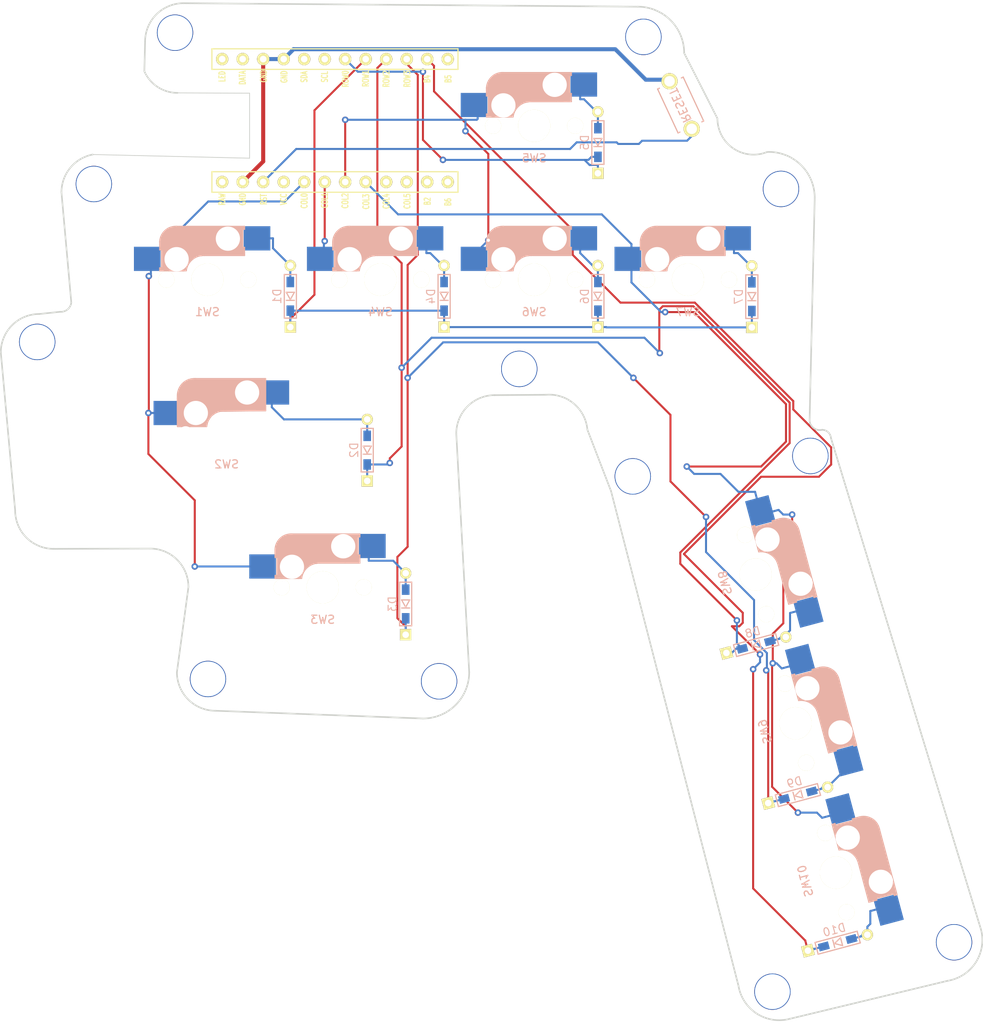
<source format=kicad_pcb>
(kicad_pcb (version 20221018) (generator pcbnew)
  (layers (0 "F.Cu" signal) (31 "B.Cu" signal) (34 "B.Paste" user) (35 "F.Paste" user) (36 "B.SilkS" user "B.Silkscreen") (37 "F.SilkS" user "F.Silkscreen") (38 "B.Mask" user) (39 "F.Mask" user) (44 "Edge.Cuts" user))
  (net 0 "")
  (net 1 "Net-(D1-A)")
  (net 2 "Row1")
  (net 3 "Net-(D2-A)")
  (net 4 "Row2")
  (net 5 "Net-(D3-A)")
  (net 6 "Row3")
  (net 7 "Net-(D4-A)")
  (net 8 "Net-(D5-A)")
  (net 9 "Row0")
  (net 10 "Net-(D6-A)")
  (net 11 "Net-(D7-A)")
  (net 12 "Net-(D8-A)")
  (net 13 "Net-(D9-A)")
  (net 14 "Net-(D10-A)")
  (net 15 "Row4")
  (net 17 "GND")
  (net 18 "VCC")
  (net 19 "Col0")
  (net 20 "Col1")
  (net 21 "Col2")
  (net 22 "Col3")
  (net 23 "Reset")
  (footprint "kbd_SW:CherryMX_Hotswap_1u" (layer "F.Cu") (at 90.4875 57.15)
    (fp_text reference "SW5")
    (fp_text value "SW_PUSH" hide)
  )
  (footprint "kbd_SW:CherryMX_Hotswap_1u" (layer "F.Cu") (at 90.4875 76.2)
    (fp_text reference "SW6")
    (fp_text value "SW_PUSH" hide)
  )
  (footprint "kbd_SW:CherryMX_Hotswap_2.25u" (layer "F.Cu") (at 52.3875 95.25)
    (fp_text reference "SW2")
    (fp_text value "SW_PUSH" hide)
  )
  (footprint "kbd_Parts:Diode_TH_SMD" (layer "F.Cu") (at 60.2813 78.2625 90)
    (fp_text reference "D1")
    (fp_text value "D" hide)
  )
  (footprint "kbd_SW:CherryMX_Hotswap_1u" (layer "F.Cu") (at 71.4375 76.2)
    (fp_text reference "SW4")
    (fp_text value "SW_PUSH" hide)
  )
  (footprint "kbd_Hole:m2_Spacer_Hole" (layer "F.Cu") (at 46 45.61)
    (fp_text reference "Ref**")
    (fp_text value "Val**")
  )
  (footprint "kbd_Hole:m2_Spacer_Hole" (layer "F.Cu") (at 121.06 64.96)
    (fp_text reference "Ref**")
    (fp_text value "Val**")
  )
  (footprint "kbd_Parts:Diode_TH_SMD" (layer "F.Cu") (at 128.0802 158.3139 15)
    (fp_text reference "D10")
    (fp_text value "D" hide)
  )
  (footprint "kbd_Parts:Diode_TH_SMD" (layer "F.Cu") (at 98.3813 59.2125 90)
    (fp_text reference "D5")
    (fp_text value "D" hide)
  )
  (footprint "kbd_SW:CherryMX_Hotswap_1u" (layer "F.Cu") (at 127.8657 149.6352 -75)
    (fp_text reference "SW10")
    (fp_text value "SW_PUSH" hide)
  )
  (footprint "kbd_Parts:ResetSW" (layer "F.Cu") (at 108.63 54.57 -65)
    (fp_text reference "SW11" hide)
    (fp_text value "SW_PUSH" hide)
  )
  (footprint "kbd_Hole:m2_Spacer_Hole" (layer "F.Cu") (at 102.7 100.56)
    (fp_text reference "Ref**")
    (fp_text value "Val**")
  )
  (footprint "kbd_Parts:Diode_TH_SMD" (layer "F.Cu") (at 69.8063 97.3125 90)
    (fp_text reference "D2")
    (fp_text value "D" hide)
  )
  (footprint "kbd_Hole:m2_Spacer_Hole" (layer "F.Cu") (at 120 164.38)
    (fp_text reference "Ref**")
    (fp_text value "Val**")
  )
  (footprint "kbd_Hole:m2_Spacer_Hole" (layer "F.Cu") (at 88.64 87.25)
    (fp_text reference "Ref**")
    (fp_text value "Val**")
  )
  (footprint "kbd_Parts:Diode_TH_SMD" (layer "F.Cu") (at 123.1583 140.0343 15)
    (fp_text reference "D9")
    (fp_text value "D" hide)
  )
  (footprint "kbd:ProMicro_v2_1side" (layer "F.Cu") (at 66.318 56.5364 90)
    (fp_text reference "U1" hide)
    (fp_text value "ProMicro" hide)
  )
  (footprint "kbd_Hole:m2_Spacer_Hole" (layer "F.Cu") (at 142.5 158.26)
    (fp_text reference "Ref**")
    (fp_text value "Val**")
  )
  (footprint "kbd_SW:CherryMX_Hotswap_1.25u" (layer "F.Cu") (at 64.2938 114.3)
    (fp_text reference "SW3")
    (fp_text value "SW_PUSH" hide)
  )
  (footprint "kbd_Parts:Diode_TH_SMD" (layer "F.Cu") (at 117.45 78.3 90)
    (fp_text reference "D7")
    (fp_text value "D" hide)
  )
  (footprint "kbd_SW:CherryMX_Hotswap_1u" (layer "F.Cu") (at 117.9238 112.7206 -75)
    (fp_text reference "SW8")
    (fp_text value "SW_PUSH" hide)
  )
  (footprint "kbd_Parts:Diode_TH_SMD" (layer "F.Cu") (at 79.3313 78.2625 90)
    (fp_text reference "D4")
    (fp_text value "D" hide)
  )
  (footprint "kbd_Hole:m2_Spacer_Hole" (layer "F.Cu") (at 50.08 125.65)
    (fp_text reference "Ref**")
    (fp_text value "Val**")
  )
  (footprint "kbd_Parts:Diode_TH_SMD" (layer "F.Cu") (at 98.3813 78.2625 90)
    (fp_text reference "D6")
    (fp_text value "D" hide)
  )
  (footprint "kbd_Hole:m2_Spacer_Hole" (layer "F.Cu") (at 35.94 64.35)
    (fp_text reference "Ref**")
    (fp_text value "Val**")
  )
  (footprint "kbd_Hole:m2_Spacer_Hole" (layer "F.Cu") (at 78.71 125.94)
    (fp_text reference "Ref**")
    (fp_text value "Val**")
  )
  (footprint "kbd_Parts:Diode_TH_SMD" (layer "F.Cu") (at 117.9802 121.4437 15)
    (fp_text reference "D8")
    (fp_text value "D" hide)
  )
  (footprint "kbd_Parts:Diode_TH_SMD" (layer "F.Cu") (at 74.5688 116.3625 90)
    (fp_text reference "D3")
    (fp_text value "D" hide)
  )
  (footprint "kbd_Hole:m2_Spacer_Hole" (layer "F.Cu") (at 124.7 98.03)
    (fp_text reference "Ref**")
    (fp_text value "Val**")
  )
  (footprint "kbd_SW:CherryMX_Hotswap_1.25u" (layer "F.Cu") (at 50.0063 76.2)
    (fp_text reference "SW1")
    (fp_text value "SW_PUSH" hide)
  )
  (footprint "kbd_Hole:m2_Spacer_Hole" (layer "F.Cu") (at 104.02 46.13)
    (fp_text reference "Ref**")
    (fp_text value "Val**")
  )
  (footprint "kbd_SW:CherryMX_Hotswap_1u" (layer "F.Cu") (at 122.8657 131.1352 -75)
    (fp_text reference "SW9")
    (fp_text value "SW_PUSH" hide)
  )
  (footprint "kbd_SW:CherryMX_Hotswap_1u" (layer "F.Cu") (at 109.5375 76.2)
    (fp_text reference "SW7")
    (fp_text value "SW_PUSH" hide)
  )
  (footprint "kbd_Hole:m2_Spacer_Hole" (layer "F.Cu") (at 28.93 83.91)
    (fp_text reference "Ref**")
    (fp_text value "Val**")
  )
  (gr_line (start 125.24 66.06) (end 124.602404 93.67607) (stroke (width 0.2)) (layer "Edge.Cuts"))
  (gr_line (start 100.0125 102.39375) (end 97.081877 94.784921) (stroke (width 0.2)) (layer "Edge.Cuts"))
  (gr_arc (start 80.8375 95.2625) (mid 82.232404 91.894904) (end 85.6 90.5) (stroke (width 0.2)) (layer "Edge.Cuts"))
  (gr_arc (start 46.296044 53.063642) (mid 43.850337 52.336079) (end 42.2 50.39) (stroke (width 0.2)) (layer "Edge.Cuts"))
  (gr_arc (start 103.32 42.39) (mid 107.385029 44.073802) (end 109.068846 48.138846) (stroke (width 0.2)) (layer "Edge.Cuts"))
  (gr_arc (start 42.29 46.72) (mid 43.684904 43.352404) (end 47.0525 41.9575) (stroke (width 0.2)) (layer "Edge.Cuts"))
  (gr_line (start 46.232151 124.815294) (end 47.6625 114.2625) (stroke (width 0.2)) (layer "Edge.Cuts"))
  (gr_line (start 29.18 80.45) (end 31.767004 80.17894) (stroke (width 0.2)) (layer "Edge.Cuts"))
  (gr_arc (start 42.9 109.5) (mid 46.267596 110.894904) (end 47.6625 114.2625) (stroke (width 0.2)) (layer "Edge.Cuts"))
  (gr_arc (start 91.922421 90.455623) (mid 95.398776 91.551714) (end 97.081877 94.784921) (stroke (width 0.2)) (layer "Edge.Cuts"))
  (gr_arc (start 122.16 167.74) (mid 118.067921 167.099621) (end 115.792985 163.638439) (stroke (width 0.2)) (layer "Edge.Cuts"))
  (gr_line (start 76.704594 130.549806) (end 51.004706 129.587849) (stroke (width 0.2)) (layer "Edge.Cuts"))
  (gr_line (start 26.19375 104.775) (end 24.4175 85.2125) (stroke (width 0.2)) (layer "Edge.Cuts"))
  (gr_line (start 113.187628 56.234961) (end 109.068846 48.138846) (stroke (width 0.2)) (layer "Edge.Cuts"))
  (gr_line (start 42.2 50.39) (end 42.29 46.72) (stroke (width 0.2)) (layer "Edge.Cuts"))
  (gr_line (start 55.23 53.105) (end 55.23 61.155) (stroke (width 0.1)) (layer "Edge.Cuts"))
  (gr_line (start 55.23 53.105) (end 46.296044 53.063642) (stroke (width 0.1)) (layer "Edge.Cuts"))
  (gr_arc (start 126.15324 94.794366) (mid 125.123756 94.587553) (end 124.602404 93.67607) (stroke (width 0.2)) (layer "Edge.Cuts"))
  (gr_line (start 127.25 95.81) (end 145.83 156.66) (stroke (width 0.2)) (layer "Edge.Cuts"))
  (gr_arc (start 145.83 156.66) (mid 145.189598 160.75206) (end 141.728439 163.027015) (stroke (width 0.2)) (layer "Edge.Cuts"))
  (gr_arc (start 119.35186 60.382453) (mid 115.165568 59.949795) (end 113.187628 56.234961) (stroke (width 0.2)) (layer "Edge.Cuts"))
  (gr_arc (start 82.439806 124.814594) (mid 80.76 128.87) (end 76.704594 130.549806) (stroke (width 0.2)) (layer "Edge.Cuts"))
  (gr_line (start 33.147681 79.024538) (end 31.93 65.38) (stroke (width 0.2)) (layer "Edge.Cuts"))
  (gr_arc (start 30.95625 109.5375) (mid 27.588654 108.142596) (end 26.19375 104.775) (stroke (width 0.2)) (layer "Edge.Cuts"))
  (gr_arc (start 33.147681 79.024538) (mid 32.69 79.88) (end 31.767004 80.17894) (stroke (width 0.2)) (layer "Edge.Cuts"))
  (gr_line (start 47.0525 41.9575) (end 103.32 42.39) (stroke (width 0.2)) (layer "Edge.Cuts"))
  (gr_arc (start 24.4175 85.2125) (mid 25.812404 81.844904) (end 29.18 80.45) (stroke (width 0.2)) (layer "Edge.Cuts"))
  (gr_line (start 91.922421 90.455623) (end 85.6 90.5) (stroke (width 0.2)) (layer "Edge.Cuts"))
  (gr_arc (start 119.35186 60.382453) (mid 123.50218 61.970227) (end 125.24 66.06) (stroke (width 0.2)) (layer "Edge.Cuts"))
  (gr_line (start 80.8375 95.2625) (end 82.439806 124.814594) (stroke (width 0.2)) (layer "Edge.Cuts"))
  (gr_arc (start 51.004706 129.587849) (mid 47.63 128.19) (end 46.232151 124.815294) (stroke (width 0.2)) (layer "Edge.Cuts"))
  (gr_arc (start 126.15324 94.794366) (mid 126.900633 95.087273) (end 127.25 95.81) (stroke (width 0.2)) (layer "Edge.Cuts"))
  (gr_line (start 55.23 61.155) (end 35.813686 60.699285) (stroke (width 0.1)) (layer "Edge.Cuts"))
  (gr_line (start 42.9 109.5) (end 30.95625 109.5375) (stroke (width 0.2)) (layer "Edge.Cuts"))
  (gr_arc (start 31.93 65.38) (mid 33.027343 62.338943) (end 35.813686 60.699286) (stroke (width 0.2)) (layer "Edge.Cuts"))
  (gr_line (start 141.728439 163.027015) (end 122.16 167.74) (stroke (width 0.2)) (layer "Edge.Cuts"))
  (gr_line (start 115.792985 163.638439) (end 100.0125 102.39375) (stroke (width 0.2)) (layer "Edge.Cuts"))
  (segment (start 55.7063 71.08) (end 58.1332 71.08) (width 0.25) (layer "B.Cu") (net 1))
  (segment (start 58.1332 71.08) (end 58.1332 72.3044) (width 0.25) (layer "B.Cu") (net 1))
  (segment (start 58.1332 72.3044) (end 60.2813 74.4525) (width 0.25) (layer "B.Cu") (net 1))
  (segment (start 60.2813 74.4525) (end 60.2813 76.4875) (width 0.25) (layer "B.Cu") (net 1))
  (segment (start 63.27 55.23) (end 63.27 78.0584) (width 0.25) (layer "F.Cu") (net 2))
  (segment (start 69.62 48.88) (end 63.27 55.23) (width 0.25) (layer "F.Cu") (net 2))
  (segment (start 63.27 78.0584) (end 60.2813 81.0471) (width 0.25) (layer "F.Cu") (net 2))
  (segment (start 60.2813 82.0725) (end 60.2813 81.0471) (width 0.25) (layer "F.Cu") (net 2))
  (segment (start 60.2813 80.4385) (end 60.2813 82.0725) (width 0.25) (layer "B.Cu") (net 2))
  (segment (start 79.3313 80.0375) (end 61.0832 80.0375) (width 0.25) (layer "B.Cu") (net 2))
  (segment (start 98.3813 80.0375) (end 98.3813 82.0725) (width 0.25) (layer "B.Cu") (net 2))
  (segment (start 60.6823 80.0375) (end 61.0832 80.0375) (width 0.25) (layer "B.Cu") (net 2))
  (segment (start 99.4067 82.0725) (end 99.4442 82.11) (width 0.25) (layer "B.Cu") (net 2))
  (segment (start 99.4442 82.11) (end 117.45 82.11) (width 0.25) (layer "B.Cu") (net 2))
  (segment (start 79.3313 80.0375) (end 79.3313 82.0725) (width 0.25) (layer "B.Cu") (net 2))
  (segment (start 60.2813 80.0375) (end 60.6823 80.0375) (width 0.25) (layer "B.Cu") (net 2))
  (segment (start 117.45 80.075) (end 117.45 82.11) (width 0.25) (layer "B.Cu") (net 2))
  (segment (start 60.6823 80.0375) (end 60.2813 80.4385) (width 0.25) (layer "B.Cu") (net 2))
  (segment (start 98.3813 82.0725) (end 99.4067 82.0725) (width 0.25) (layer "B.Cu") (net 2))
  (segment (start 98.3813 82.0725) (end 79.3313 82.0725) (width 0.25) (layer "B.Cu") (net 2))
  (segment (start 59.4931 93.5025) (end 57.9875 91.9969) (width 0.25) (layer "B.Cu") (net 3))
  (segment (start 69.8063 93.5025) (end 69.8063 95.5375) (width 0.25) (layer "B.Cu") (net 3))
  (segment (start 69.8063 93.5025) (end 59.4931 93.5025) (width 0.25) (layer "B.Cu") (net 3))
  (segment (start 57.9875 90.17) (end 57.9875 91.9969) (width 0.25) (layer "B.Cu") (net 3))
  (segment (start 74.0682 74.1536) (end 74.0682 87.1) (width 0.25) (layer "F.Cu") (net 4))
  (segment (start 106.413895 79.4905) (end 110.196861 79.4905) (width 0.25) (layer "F.Cu") (net 4))
  (segment (start 71.0644 71.1498) (end 74.0682 74.1536) (width 0.25) (layer "F.Cu") (net 4))
  (segment (start 122.133164 91.426803) (end 122.133164 96.441173) (width 0.25) (layer "F.Cu") (net 4))
  (segment (start 72.6 98.9) (end 72.6 98.3288) (width 0.25) (layer "F.Cu") (net 4))
  (segment (start 105.9892 85.2892) (end 106.0492 85.2892) (width 0.25) (layer "F.Cu") (net 4))
  (segment (start 74.0682 96.8606) (end 74.0682 87.1) (width 0.25) (layer "F.Cu") (net 4))
  (segment (start 71.0644 49.9756) (end 71.0644 71.1498) (width 0.25) (layer "F.Cu") (net 4))
  (segment (start 72.6 98.3288) (end 74.0682 96.8606) (width 0.25) (layer "F.Cu") (net 4))
  (segment (start 105.9892 85.2892) (end 105.9892 79.915195) (width 0.25) (layer "F.Cu") (net 4))
  (segment (start 108.59 111.39) (end 115.6 118.4) (width 0.25) (layer "F.Cu") (net 4))
  (segment (start 122.133164 96.441173) (end 108.59 109.984337) (width 0.25) (layer "F.Cu") (net 4))
  (segment (start 108.59 109.984337) (end 108.59 111.39) (width 0.25) (layer "F.Cu") (net 4))
  (segment (start 105.9892 79.915195) (end 106.413895 79.4905) (width 0.25) (layer "F.Cu") (net 4))
  (segment (start 72.16 48.88) (end 71.0644 49.9756) (width 0.25) (layer "F.Cu") (net 4))
  (segment (start 110.196861 79.4905) (end 122.133164 91.426803) (width 0.25) (layer "F.Cu") (net 4))
  (segment (start 106.0492 85.2892) (end 106.05 85.29) (width 0.25) (layer "F.Cu") (net 4))
  (via (at 72.6 98.9) (size 0.8) (drill 0.4) (layers "F.Cu" "B.Cu") (net 4))
  (via (at 106.05 85.29) (size 0.8) (drill 0.4) (layers "F.Cu" "B.Cu") (net 4))
  (via (at 74.0682 87.1) (size 0.8) (drill 0.4) (layers "F.Cu" "B.Cu") (net 4))
  (via (at 115.6 118.4) (size 0.8) (drill 0.4) (layers "F.Cu" "B.Cu") (net 4))
  (segment (start 115.6 118.4) (end 115.6 121.237422) (width 0.25) (layer "B.Cu") (net 4))
  (segment (start 69.8063 99.0875) (end 69.8063 101.1225) (width 0.25) (layer "B.Cu") (net 4))
  (segment (start 74.0682 87.1) (end 77.7782 83.39) (width 0.25) (layer "B.Cu") (net 4))
  (segment (start 114.970198 122.429802) (end 114.300023 122.429802) (width 0.25) (layer "B.Cu") (net 4))
  (segment (start 72.4125 99.0875) (end 69.8063 99.0875) (width 0.25) (layer "B.Cu") (net 4))
  (segment (start 115.496896 121.903104) (end 114.970198 122.429802) (width 0.25) (layer "B.Cu") (net 4))
  (segment (start 116.265682 121.903104) (end 115.496896 121.903104) (width 0.25) (layer "B.Cu") (net 4))
  (segment (start 72.6 98.9) (end 72.4125 99.0875) (width 0.25) (layer "B.Cu") (net 4))
  (segment (start 77.7782 83.39) (end 104.15 83.39) (width 0.25) (layer "B.Cu") (net 4))
  (segment (start 115.6 121.237422) (end 116.265682 121.903104) (width 0.25) (layer "B.Cu") (net 4))
  (segment (start 104.15 83.39) (end 106.05 85.29) (width 0.25) (layer "B.Cu") (net 4))
  (segment (start 69.9938 109.18) (end 69.9938 111.0069) (width 0.25) (layer "B.Cu") (net 5))
  (segment (start 74.5688 112.5525) (end 74.5688 114.5875) (width 0.25) (layer "B.Cu") (net 5))
  (segment (start 69.9938 111.0069) (end 73.0232 111.0069) (width 0.25) (layer "B.Cu") (net 5))
  (segment (start 73.0232 111.0069) (end 74.5688 112.5525) (width 0.25) (layer "B.Cu") (net 5))
  (segment (start 74.7 49.4655) (end 76.0694 50.8349) (width 0.25) (layer "F.Cu") (net 6))
  (segment (start 73.5434 110.5391) (end 74.8136 109.2689) (width 0.25) (layer "F.Cu") (net 6))
  (segment (start 74.5688 119.1471) (end 73.5434 118.1217) (width 0.25) (layer "F.Cu") (net 6))
  (segment (start 102.7815 88.3585) (end 107.37 92.947) (width 0.25) (layer "F.Cu") (net 6))
  (segment (start 107.37 101.18) (end 111.84 105.65) (width 0.25) (layer "F.Cu") (net 6))
  (segment (start 76.0694 50.8349) (end 76.0694 73.1252) (width 0.25) (layer "F.Cu") (net 6))
  (segment (start 74.7 48.88) (end 74.7 49.4655) (width 0.25) (layer "F.Cu") (net 6))
  (segment (start 73.5434 118.1217) (end 73.5434 110.5391) (width 0.25) (layer "F.Cu") (net 6))
  (segment (start 74.8136 74.381) (end 74.8136 88.3585) (width 0.25) (layer "F.Cu") (net 6))
  (segment (start 74.5688 120.1725) (end 74.5688 119.1471) (width 0.25) (layer "F.Cu") (net 6))
  (segment (start 107.37 92.947) (end 107.37 101.18) (width 0.25) (layer "F.Cu") (net 6))
  (segment (start 119.4781 124.6526) (end 119.4781 141.0204) (width 0.25) (layer "F.Cu") (net 6))
  (segment (start 74.8136 109.2689) (end 74.8136 88.3585) (width 0.25) (layer "F.Cu") (net 6))
  (segment (start 76.0694 73.1252) (end 74.8136 74.381) (width 0.25) (layer "F.Cu") (net 6))
  (via (at 119.2355 124.58) (size 0.8) (drill 0.4) (layers "F.Cu" "B.Cu") (net 6))
  (via (at 111.775 105.585) (size 0.8) (drill 0.4) (layers "F.Cu" "B.Cu") (net 6))
  (via (at 102.7815 88.3585) (size 0.8) (drill 0.4) (layers "F.Cu" "B.Cu") (net 6))
  (via (at 74.8136 88.3585) (size 0.8) (drill 0.4) (layers "F.Cu" "B.Cu") (net 6))
  (segment (start 102.7815 88.3585) (end 98.383 83.96) (width 0.25) (layer "B.Cu") (net 6))
  (segment (start 119.36 124.58) (end 119.2355 124.58) (width 0.25) (layer "B.Cu") (net 6))
  (segment (start 120.2926 140.8021) (end 119.6964 140.8021) (width 0.25) (layer "B.Cu") (net 6))
  (segment (start 98.383 83.96) (end 79.2121 83.96) (width 0.25) (layer "B.Cu") (net 6))
  (segment (start 121.4438 140.4937) (end 120.2926 140.8021) (width 0.25) (layer "B.Cu") (net 6))
  (segment (start 117.726502 115.882059) (end 117.726502 120.847797) (width 0.25) (layer "B.Cu") (net 6))
  (segment (start 119.6964 140.8021) (end 119.4781 141.0204) (width 0.25) (layer "B.Cu") (net 6))
  (segment (start 119.3159 124.5359) (end 119.36 124.58) (width 0.25) (layer "B.Cu") (net 6))
  (segment (start 117.726502 120.847797) (end 119.3159 122.437195) (width 0.25) (layer "B.Cu") (net 6))
  (segment (start 111.775 105.585) (end 111.775 109.930557) (width 0.25) (layer "B.Cu") (net 6))
  (segment (start 119.3159 122.437195) (end 119.3159 124.5359) (width 0.25) (layer "B.Cu") (net 6))
  (segment (start 111.775 109.930557) (end 117.726502 115.882059) (width 0.25) (layer "B.Cu") (net 6))
  (segment (start 74.5688 118.1375) (end 74.5688 120.1725) (width 0.25) (layer "B.Cu") (net 6))
  (segment (start 79.2121 83.96) (end 74.8136 88.3585) (width 0.25) (layer "B.Cu") (net 6))
  (segment (start 77.6136 72.9069) (end 77.1375 72.9069) (width 0.25) (layer "B.Cu") (net 7))
  (segment (start 79.3313 74.6246) (end 79.3313 74.4525) (width 0.25) (layer "B.Cu") (net 7))
  (segment (start 79.3313 74.6246) (end 77.6136 72.9069) (width 0.25) (layer "B.Cu") (net 7))
  (segment (start 79.3313 76.4875) (end 79.3313 74.6246) (width 0.25) (layer "B.Cu") (net 7))
  (segment (start 77.1375 71.08) (end 77.1375 72.9069) (width 0.25) (layer "B.Cu") (net 7))
  (segment (start 98.3813 57.4375) (end 98.3813 55.5746) (width 0.25) (layer "B.Cu") (net 8))
  (segment (start 98.3813 55.5746) (end 96.6636 53.8569) (width 0.25) (layer "B.Cu") (net 8))
  (segment (start 96.6636 53.8569) (end 96.1875 53.8569) (width 0.25) (layer "B.Cu") (net 8))
  (segment (start 98.3813 55.5746) (end 98.3813 55.4025) (width 0.25) (layer "B.Cu") (net 8))
  (segment (start 96.1875 52.03) (end 96.1875 53.8569) (width 0.25) (layer "B.Cu") (net 8))
  (segment (start 76.7067 50.4443) (end 76.7067 58.8829) (width 0.25) (layer "F.Cu") (net 9))
  (segment (start 76.7067 58.8829) (end 79.1853 61.3615) (width 0.25) (layer "F.Cu") (net 9))
  (via (at 76.7067 50.4443) (size 0.8) (drill 0.4) (layers "F.Cu" "B.Cu") (net 9))
  (via (at 79.1853 61.3615) (size 0.8) (drill 0.4) (layers "F.Cu" "B.Cu") (net 9))
  (segment (start 67.08 48.88) (end 68.6443 50.4443) (width 0.25) (layer "B.Cu") (net 9))
  (segment (start 97.3559 61.9971) (end 98.3813 61.9971) (width 0.25) (layer "B.Cu") (net 9))
  (segment (start 97.2054 61.3615) (end 97.5794 60.9875) (width 0.25) (layer "B.Cu") (net 9))
  (segment (start 98.3813 63.0225) (end 98.3813 61.9971) (width 0.25) (layer "B.Cu") (net 9))
  (segment (start 96.7203 61.3615) (end 97.2054 61.3615) (width 0.25) (layer "B.Cu") (net 9))
  (segment (start 96.7203 61.3615) (end 97.3559 61.9971) (width 0.25) (layer "B.Cu") (net 9))
  (segment (start 98.3813 60.9875) (end 97.5794 60.9875) (width 0.25) (layer "B.Cu") (net 9))
  (segment (start 68.6443 50.4443) (end 76.7067 50.4443) (width 0.25) (layer "B.Cu") (net 9))
  (segment (start 79.1853 61.3615) (end 96.7203 61.3615) (width 0.25) (layer "B.Cu") (net 9))
  (segment (start 97.7331 74.4525) (end 96.1875 72.9069) (width 0.25) (layer "B.Cu") (net 10))
  (segment (start 98.3813 74.4525) (end 97.7331 74.4525) (width 0.25) (layer "B.Cu") (net 10))
  (segment (start 98.3813 76.4875) (end 98.3813 74.4525) (width 0.25) (layer "B.Cu") (net 10))
  (segment (start 96.1875 71.08) (end 96.1875 72.9069) (width 0.25) (layer "B.Cu") (net 10))
  (segment (start 117.45 76.525) (end 117.45 74.6246) (width 0.25) (layer "B.Cu") (net 11))
  (segment (start 117.45 74.6246) (end 117.45 74.49) (width 0.25) (layer "B.Cu") (net 11))
  (segment (start 115.7323 72.9069) (end 115.2375 72.9069) (width 0.25) (layer "B.Cu") (net 11))
  (segment (start 117.45 74.6246) (end 115.7323 72.9069) (width 0.25) (layer "B.Cu") (net 11))
  (segment (start 115.2375 71.08) (end 115.2375 72.9069) (width 0.25) (layer "B.Cu") (net 11))
  (segment (start 122.1847 119.6352) (end 122.1847 117.4799) (width 0.25) (layer "B.Cu") (net 12))
  (segment (start 121.6604 120.1595) (end 122.1847 119.6352) (width 0.25) (layer "B.Cu") (net 12))
  (segment (start 119.6947 120.9843) (end 120.8459 120.6759) (width 0.25) (layer "B.Cu") (net 12))
  (segment (start 124.3446 116.9012) (end 122.1847 117.4799) (width 0.25) (layer "B.Cu") (net 12))
  (segment (start 121.6604 120.4576) (end 121.0641 120.4576) (width 0.25) (layer "B.Cu") (net 12))
  (segment (start 120.8459 120.6758) (end 120.8459 120.6759) (width 0.25) (layer "B.Cu") (net 12))
  (segment (start 121.0641 120.4576) (end 120.8459 120.6758) (width 0.25) (layer "B.Cu") (net 12))
  (segment (start 121.6604 120.4576) (end 121.6604 120.1595) (width 0.25) (layer "B.Cu") (net 12))
  (segment (start 129.286509 136.600167) (end 126.838477 139.048199) (width 0.25) (layer "B.Cu") (net 13))
  (segment (start 129.286509 135.315824) (end 129.286509 136.600167) (width 0.25) (layer "B.Cu") (net 13))
  (segment (start 124.8728 139.5749) (end 126.024 139.2665) (width 0.25) (layer "B.Cu") (net 13))
  (segment (start 126.2422 139.0482) (end 126.024 139.2664) (width 0.25) (layer "B.Cu") (net 13))
  (segment (start 126.8385 139.0482) (end 126.2422 139.0482) (width 0.25) (layer "B.Cu") (net 13))
  (segment (start 126.024 139.2664) (end 126.024 139.2665) (width 0.25) (layer "B.Cu") (net 13))
  (segment (start 130.9459 157.546) (end 130.9459 157.5461) (width 0.25) (layer "B.Cu") (net 14))
  (segment (start 132.1266 155.9757) (end 131.7604 156.3419) (width 0.25) (layer "B.Cu") (net 14))
  (segment (start 131.7604 156.3419) (end 131.7604 157.3278) (width 0.25) (layer "B.Cu") (net 14))
  (segment (start 132.1266 154.3945) (end 132.1266 155.9757) (width 0.25) (layer "B.Cu") (net 14))
  (segment (start 129.7947 157.8545) (end 130.9459 157.5461) (width 0.25) (layer "B.Cu") (net 14))
  (segment (start 131.7604 157.3278) (end 131.1641 157.3278) (width 0.25) (layer "B.Cu") (net 14))
  (segment (start 134.2865 153.8158) (end 132.1266 154.3945) (width 0.25) (layer "B.Cu") (net 14))
  (segment (start 131.1641 157.3278) (end 130.9459 157.546) (width 0.25) (layer "B.Cu") (net 14))
  (segment (start 115.900305 119.125) (end 116.325 118.700305) (width 0.25) (layer "F.Cu") (net 15))
  (segment (start 101.1771 79.0405) (end 95.2608 73.1242) (width 0.25) (layer "F.Cu") (net 15))
  (segment (start 117.612 151.5927) (end 117.612 124.4474) (width 0.25) (layer "F.Cu") (net 15))
  (segment (start 78.0789 52.8737) (end 78.0789 49.7189) (width 0.25) (layer "F.Cu") (net 15))
  (segment (start 127.275 96.9634) (end 122.583164 92.271564) (width 0.25) (layer "F.Cu") (net 15))
  (segment (start 109.04 110.170733) (end 118.605733 100.605) (width 0.25) (layer "F.Cu") (net 15))
  (segment (start 95.2608 70.0556) (end 78.0789 52.8737) (width 0.25) (layer "F.Cu") (net 15))
  (segment (start 110.383257 79.0405) (end 101.1771 79.0405) (width 0.25) (layer "F.Cu") (net 15))
  (segment (start 118.4655 122.6121) (end 114.9784 119.125) (width 0.25) (layer "F.Cu") (net 15))
  (segment (start 124.4 159.3) (end 124.0635 158.0441) (width 0.25) (layer "F.Cu") (net 15))
  (segment (start 118.605733 100.605) (end 125.7666 100.605) (width 0.25) (layer "F.Cu") (net 15))
  (segment (start 114.9784 119.125) (end 115.900305 119.125) (width 0.25) (layer "F.Cu") (net 15))
  (segment (start 95.2608 73.1242) (end 95.2608 70.0556) (width 0.25) (layer "F.Cu") (net 15))
  (segment (start 125.7666 100.605) (end 127.275 99.0966) (width 0.25) (layer "F.Cu") (net 15))
  (segment (start 127.275 99.0966) (end 127.275 96.9634) (width 0.25) (layer "F.Cu") (net 15))
  (segment (start 116.325 118.700305) (end 116.325 117.455733) (width 0.25) (layer "F.Cu") (net 15))
  (segment (start 124.0635 158.0441) (end 124.0634 158.0441) (width 0.25) (layer "F.Cu") (net 15))
  (segment (start 122.583164 91.240407) (end 110.383257 79.0405) (width 0.25) (layer "F.Cu") (net 15))
  (segment (start 122.583164 92.271564) (end 122.583164 91.240407) (width 0.25) (layer "F.Cu") (net 15))
  (segment (start 124.0634 158.0441) (end 117.612 151.5927) (width 0.25) (layer "F.Cu") (net 15))
  (segment (start 116.325 117.455733) (end 109.04 110.170733) (width 0.25) (layer "F.Cu") (net 15))
  (segment (start 78.0789 49.7189) (end 77.24 48.88) (width 0.25) (layer "F.Cu") (net 15))
  (via (at 117.612 124.4474) (size 0.8) (drill 0.4) (layers "F.Cu" "B.Cu") (net 15))
  (via (at 118.4655 122.6121) (size 0.8) (drill 0.4) (layers "F.Cu" "B.Cu") (net 15))
  (segment (start 117.612 124.4474) (end 118.4655 123.5939) (width 0.25) (layer "B.Cu") (net 15))
  (segment (start 125.2145 159.0817) (end 124.6183 159.0817) (width 0.25) (layer "B.Cu") (net 15))
  (segment (start 126.3657 158.7733) (end 125.2145 159.0817) (width 0.25) (layer "B.Cu") (net 15))
  (segment (start 124.6183 159.0817) (end 124.4 159.3) (width 0.25) (layer "B.Cu") (net 15))
  (segment (start 118.4655 123.5939) (end 118.4655 122.6121) (width 0.25) (layer "B.Cu") (net 15))
  (segment (start 56.92 61.56) (end 56.92 48.88) (width 0.5) (layer "F.Cu") (net 17))
  (segment (start 54.38 64.1) (end 56.92 61.56) (width 0.5) (layer "F.Cu") (net 17))
  (segment (start 100.62 47.74) (end 104.310741 51.430741) (width 0.5) (layer "B.Cu") (net 17))
  (segment (start 59.46 48.88) (end 60.682 47.658) (width 0.5) (layer "B.Cu") (net 17))
  (segment (start 56.92 48.88) (end 59.46 48.88) (width 0.5) (layer "B.Cu") (net 17))
  (segment (start 104.310741 51.430741) (end 107.062732 51.430741) (width 0.5) (layer "B.Cu") (net 17))
  (segment (start 107.062732 51.430741) (end 107.256491 51.6245) (width 0.5) (layer "B.Cu") (net 17))
  (segment (start 60.682 47.658) (end 100.538 47.658) (width 0.5) (layer "B.Cu") (net 17))
  (segment (start 42.7009 97.7834) (end 48.443 103.5255) (width 0.25) (layer "F.Cu") (net 19))
  (segment (start 48.443 103.5255) (end 48.443 111.72) (width 0.25) (layer "F.Cu") (net 19))
  (segment (start 42.7009 92.71) (end 42.7009 97.7834) (width 0.25) (layer "F.Cu") (net 19))
  (segment (start 42.7505 92.6604) (end 42.7505 75.7598) (width 0.25) (layer "F.Cu") (net 19))
  (segment (start 42.7009 92.71) (end 42.7505 92.6604) (width 0.25) (layer "F.Cu") (net 19))
  (via (at 42.7009 92.71) (size 0.8) (drill 0.4) (layers "F.Cu" "B.Cu") (net 19))
  (via (at 42.7505 75.7598) (size 0.8) (drill 0.4) (layers "F.Cu" "B.Cu") (net 19))
  (via (at 48.443 111.72) (size 0.8) (drill 0.4) (layers "F.Cu" "B.Cu") (net 19))
  (segment (start 50.113 66.5133) (end 43.0063 73.62) (width 0.25) (layer "B.Cu") (net 19))
  (segment (start 45.4875 92.71) (end 43.0106 92.71) (width 0.25) (layer "B.Cu") (net 19))
  (segment (start 43.0063 73.62) (end 43.0063 75.504) (width 0.25) (layer "B.Cu") (net 19))
  (segment (start 43.0106 92.71) (end 42.7009 92.71) (width 0.25) (layer "B.Cu") (net 19))
  (segment (start 62 64.1) (end 59.5867 66.5133) (width 0.25) (layer "B.Cu") (net 19))
  (segment (start 57.2938 111.72) (end 48.443 111.72) (width 0.25) (layer "B.Cu") (net 19))
  (segment (start 43.0063 75.504) (end 42.7505 75.7598) (width 0.25) (layer "B.Cu") (net 19))
  (segment (start 59.5867 66.5133) (end 50.113 66.5133) (width 0.25) (layer "B.Cu") (net 19))
  (segment (start 64.54 64.1) (end 64.54 71.4205) (width 0.25) (layer "F.Cu") (net 20))
  (via (at 64.54 71.4205) (size 0.8) (drill 0.4) (layers "F.Cu" "B.Cu") (net 20))
  (segment (start 64.4375 71.523) (end 64.54 71.4205) (width 0.25) (layer "B.Cu") (net 20))
  (segment (start 64.4375 73.62) (end 64.4375 71.523) (width 0.25) (layer "B.Cu") (net 20))
  (segment (start 84.8075 60.6303) (end 81.9749 57.7977) (width 0.25) (layer "F.Cu") (net 21))
  (segment (start 84.8075 71.318) (end 84.8075 60.6303) (width 0.25) (layer "F.Cu") (net 21))
  (segment (start 67.08 64.1) (end 67.08 56.3969) (width 0.25) (layer "F.Cu") (net 21))
  (via (at 84.8075 71.318) (size 0.8) (drill 0.4) (layers "F.Cu" "B.Cu") (net 21))
  (via (at 67.08 56.3969) (size 0.8) (drill 0.4) (layers "F.Cu" "B.Cu") (net 21))
  (via (at 81.9749 57.7977) (size 0.8) (drill 0.4) (layers "F.Cu" "B.Cu") (net 21))
  (segment (start 81.9749 56.3969) (end 67.08 56.3969) (width 0.25) (layer "B.Cu") (net 21))
  (segment (start 83.3757 56.3969) (end 81.9749 56.3969) (width 0.25) (layer "B.Cu") (net 21))
  (segment (start 83.4875 73.62) (end 83.4875 72.638) (width 0.25) (layer "B.Cu") (net 21))
  (segment (start 81.9749 57.7977) (end 81.9749 56.3969) (width 0.25) (layer "B.Cu") (net 21))
  (segment (start 83.4875 54.57) (end 83.4875 56.2851) (width 0.25) (layer "B.Cu") (net 21))
  (segment (start 83.4875 56.2851) (end 83.3757 56.3969) (width 0.25) (layer "B.Cu") (net 21))
  (segment (start 83.4875 72.638) (end 84.8075 71.318) (width 0.25) (layer "B.Cu") (net 21))
  (segment (start 122.445 105.2914) (end 122.445 108.2664) (width 0.25) (layer "F.Cu") (net 22))
  (segment (start 120.0409 120.0613) (end 120.0409 123.706) (width 0.25) (layer "F.Cu") (net 22))
  (segment (start 122.445 108.2664) (end 121.3527 109.3587) (width 0.25) (layer "F.Cu") (net 22))
  (segment (start 110.285465 80.2155) (end 106.7142 80.2155) (width 0.25) (layer "F.Cu") (net 22))
  (segment (start 121.3527 118.7495) (end 120.0409 120.0613) (width 0.25) (layer "F.Cu") (net 22))
  (segment (start 109.39 99.34) (end 118.597941 99.34) (width 0.25) (layer "F.Cu") (net 22))
  (segment (start 119.96 139.0077) (end 123.1583 142.206) (width 0.25) (layer "F.Cu") (net 22))
  (segment (start 121.683164 96.254777) (end 121.683164 91.613199) (width 0.25) (layer "F.Cu") (net 22))
  (segment (start 118.597941 99.34) (end 121.683164 96.254777) (width 0.25) (layer "F.Cu") (net 22))
  (segment (start 121.3527 109.3587) (end 121.3527 118.7495) (width 0.25) (layer "F.Cu") (net 22))
  (segment (start 121.683164 91.613199) (end 110.285465 80.2155) (width 0.25) (layer "F.Cu") (net 22))
  (segment (start 119.96 123.7869) (end 119.96 139.0077) (width 0.25) (layer "F.Cu") (net 22))
  (segment (start 120.0409 123.706) (end 119.96 123.7869) (width 0.25) (layer "F.Cu") (net 22))
  (via (at 109.39 99.34) (size 0.8) (drill 0.4) (layers "F.Cu" "B.Cu") (net 22))
  (via (at 123.1583 142.206) (size 0.8) (drill 0.4) (layers "F.Cu" "B.Cu") (net 22))
  (via (at 120.0409 123.706) (size 0.8) (drill 0.4) (layers "F.Cu" "B.Cu") (net 22))
  (via (at 122.445 105.2914) (size 0.8) (drill 0.4) (layers "F.Cu" "B.Cu") (net 22))
  (via (at 106.7142 80.2155) (size 0.8) (drill 0.4) (layers "F.Cu" "B.Cu") (net 22))
  (segment (start 109.39 99.34) (end 110.3035 100.2535) (width 0.25) (layer "B.Cu") (net 22))
  (segment (start 98.8563 68.1119) (end 73.6319 68.1119) (width 0.25) (layer "B.Cu") (net 22))
  (segment (start 118.6042 105.2914) (end 120.764 104.7127) (width 0.25) (layer "B.Cu") (net 22))
  (segment (start 115.7871 102.4743) (end 117.8494 102.4743) (width 0.25) (layer "B.Cu") (net 22))
  (segment (start 123.5461 123.706) (end 121.1532 124.3471) (width 0.25) (layer "B.Cu") (net 22))
  (segment (start 126.1532 142.8471) (end 125.5121 142.206) (width 0.25) (layer "B.Cu") (net 22))
  (segment (start 110.3035 100.2535) (end 113.5663 100.2535) (width 0.25) (layer "B.Cu") (net 22))
  (segment (start 106.2156 80.2155) (end 106.7142 80.2155) (width 0.25) (layer "B.Cu") (net 22))
  (segment (start 121.3426 105.2914) (end 122.445 105.2914) (width 0.25) (layer "B.Cu") (net 22))
  (segment (start 102.5375 73.62) (end 102.5375 76.5374) (width 0.25) (layer "B.Cu") (net 22))
  (segment (start 117.8494 102.4743) (end 118.6042 105.2914) (width 0.25) (layer "B.Cu") (net 22))
  (segment (start 128.5461 142.206) (end 126.1532 142.8471) (width 0.25) (layer "B.Cu") (net 22))
  (segment (start 113.5663 100.2535) (end 115.7871 102.4743) (width 0.25) (layer "B.Cu") (net 22))
  (segment (start 102.5375 72.7065) (end 102.5375 73.62) (width 0.25) (layer "B.Cu") (net 22))
  (segment (start 102.5375 71.7931) (end 98.8563 68.1119) (width 0.25) (layer "B.Cu") (net 22))
  (segment (start 120.764 104.7127) (end 120.764 104.7128) (width 0.25) (layer "B.Cu") (net 22))
  (segment (start 125.5121 142.206) (end 123.1583 142.206) (width 0.25) (layer "B.Cu") (net 22))
  (segment (start 73.6319 68.1119) (end 69.62 64.1) (width 0.25) (layer "B.Cu") (net 22))
  (segment (start 120.764 104.7128) (end 121.3426 105.2914) (width 0.25) (layer "B.Cu") (net 22))
  (segment (start 121.1532 124.3471) (end 120.5121 123.706) (width 0.25) (layer "B.Cu") (net 22))
  (segment (start 102.5375 72.7065) (end 102.5375 71.7931) (width 0.25) (layer "B.Cu") (net 22))
  (segment (start 102.5375 76.5374) (end 106.2156 80.2155) (width 0.25) (layer "B.Cu") (net 22))
  (segment (start 120.5121 123.706) (end 120.0409 123.706) (width 0.25) (layer "B.Cu") (net 22))
  (segment (start 56.92 64.1) (end 61.0079 60.0121) (width 0.25) (layer "B.Cu") (net 23))
  (segment (start 109.430421 58.99) (end 110.711162 57.709259) (width 0.25) (layer "B.Cu") (net 23))
  (segment (start 100.7 59.19) (end 100.9 59.39) (width 0.25) (layer "B.Cu") (net 23))
  (segment (start 95.7555 59.19) (end 100.7 59.19) (width 0.25) (layer "B.Cu") (net 23))
  (segment (start 61.0079 60.0121) (end 94.9334 60.0121) (width 0.25) (layer "B.Cu") (net 23))
  (segment (start 103.46 59.39) (end 103.86 58.99) (width 0.25) (layer "B.Cu") (net 23))
  (segment (start 103.86 58.99) (end 109.430421 58.99) (width 0.25) (layer "B.Cu") (net 23))
  (segment (start 94.9334 60.0121) (end 95.7555 59.19) (width 0.25) (layer "B.Cu") (net 23))
  (segment (start 100.9 59.39) (end 103.46 59.39) (width 0.25) (layer "B.Cu") (net 23))
)
</source>
